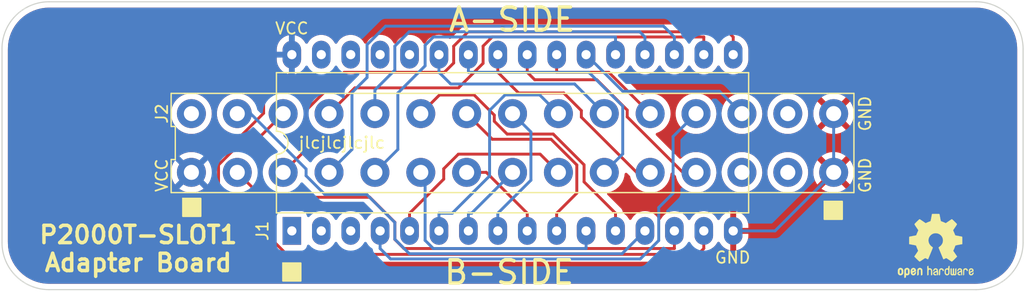
<source format=kicad_pcb>
(kicad_pcb (version 20211014) (generator pcbnew)
  (layers (0 "F.Cu" signal) (31 "B.Cu" signal) (34 "B.Paste" user) (35 "F.Paste" user) (36 "B.SilkS" user "B.Silkscreen") (37 "F.SilkS" user "F.Silkscreen") (38 "B.Mask" user) (39 "F.Mask" user) (44 "Edge.Cuts" user))
  (net 0 "")
  (net 4 "A12")
  (net 5 "A7")
  (net 6 "A6")
  (net 7 "A5")
  (net 8 "A4")
  (net 9 "A3")
  (net 10 "A2")
  (net 11 "A1")
  (net 12 "A0")
  (net 13 "D0")
  (net 14 "D1")
  (net 15 "D2")
  (net 16 "GND")
  (net 17 "D3")
  (net 18 "D4")
  (net 19 "D5")
  (net 20 "D6")
  (net 21 "D7")
  (net 22 "CARSEL1")
  (net 23 "A10")
  (net 24 "CARSEL2")
  (net 25 "A11")
  (net 26 "A9")
  (net 27 "A8")
  (net 32 "+5V")
  (footprint "Symbol:OSHW-Logo2_7.3x6mm_SilkScreen" (layer "F.Cu") (at 96.012 38.862)
    (fp_text reference "REF**" hide)
    (fp_text value "OSHW-Logo2_7.3x6mm_SilkScreen" hide)
    (fp_poly (pts (xy 0.10391 -2.757652) (xy 0.182454 -2.757222) (xy 0.239298 -2.756058) (xy 0.278105 -2.753793) (xy 0.302538 -2.75006) (xy 0.316262 -2.744494) (xy 0.32294 -2.736727) (xy 0.326236 -2.726395) (xy 0.326556 -2.725057) (xy 0.331562 -2.700921) (xy 0.340829 -2.653299) (xy 0.353392 -2.587259) (xy 0.368287 -2.507872) (xy 0.384551 -2.420204) (xy 0.385119 -2.417125) (xy 0.40141 -2.331211) (xy 0.416652 -2.255304) (xy 0.429861 -2.193955) (xy 0.440054 -2.151718) (xy 0.446248 -2.133145) (xy 0.446543 -2.132816) (xy 0.464788 -2.123747) (xy 0.502405 -2.108633) (xy 0.551271 -2.090738) (xy 0.551543 -2.090642) (xy 0.613093 -2.067507) (xy 0.685657 -2.038035) (xy 0.754057 -2.008403) (xy 0.757294 -2.006938) (xy 0.868702 -1.956374) (xy 1.115399 -2.12484) (xy 1.191077 -2.176197) (xy 1.259631 -2.222111) (xy 1.317088 -2.25997) (xy 1.359476 -2.287163) (xy 1.382825 -2.301079) (xy 1.385042 -2.302111) (xy 1.40201 -2.297516) (xy 1.433701 -2.275345) (xy 1.481352 -2.234553) (xy 1.546198 -2.174095) (xy 1.612397 -2.109773) (xy 1.676214 -2.046388) (xy 1.733329 -1.988549) (xy 1.780305 -1.939825) (xy 1.813703 -1.90379) (xy 1.830085 -1.884016) (xy 1.830694 -1.882998) (xy 1.832505 -1.869428) (xy 1.825683 -1.847267) (xy 1.80854 -1.813522) (xy 1.779393 -1.7652) (xy 1.736555 -1.699308) (xy 1.679448 -1.614483) (xy 1.628766 -1.539823) (xy 1.583461 -1.47286) (xy 1.54615 -1.417484) (xy 1.519452 -1.37758) (xy 1.505985 -1.357038) (xy 1.505137 -1.355644) (xy 1.506781 -1.335962) (xy 1.519245 -1.297707) (xy 1.540048 -1.248111) (xy 1.547462 -1.232272) (xy 1.579814 -1.16171) (xy 1.614328 -1.081647) (xy 1.642365 -1.012371) (xy 1.662568 -0.960955) (xy 1.678615 -0.921881) (xy 1.687888 -0.901459) (xy 1.689041 -0.899886) (xy 1.706096 -0.897279) (xy 1.746298 -0.890137) (xy 1.804302 -0.879477) (xy 1.874763 -0.866315) (xy 1.952335 -0.851667) (xy 2.031672 -0.836551) (xy 2.107431 -0.821982) (xy 2.174264 -0.808978) (xy 2.226828 -0.798555) (xy 2.259776 -0.79173) (xy 2.267857 -0.789801) (xy 2.276205 -0.785038) (xy 2.282506 -0.774282) (xy 2.287045 -0.753902) (xy 2.290104 -0.720266) (xy 2.291967 -0.669745) (xy 2.292918 -0.598708) (xy 2.29324 -0.503524) (xy 2.293257 -0.464508) (xy 2.293257 -0.147201) (xy 2.217057 -0.132161) (xy 2.174663 -0.124005) (xy 2.1114 -0.112101) (xy 2.034962 -0.097884) (xy 1.953043 -0.08279) (xy 1.9304 -0.078645) (xy 1.854806 -0.063947) (xy 1.788953 -0.049495) (xy 1.738366 -0.036625) (xy 1.708574 -0.026678) (xy 1.703612 -0.023713) (xy 1.691426 -0.002717) (xy 1.673953 0.037967) (xy 1.654577 0.090322) (xy 1.650734 0.1016) (xy 1.625339 0.171523) (xy 1.593817 0.250418) (xy 1.562969 0.321266) (xy 1.562817 0.321595) (xy 1.511447 0.432733) (xy 1.680399 0.681253) (xy 1.849352 0.929772) (xy 1.632429 1.147058) (xy 1.566819 1.211726) (xy 1.506979 1.268733) (xy 1.456267 1.315033) (xy 1.418046 1.347584) (xy 1.395675 1.363343) (xy 1.392466 1.364343) (xy 1.373626 1.356469) (xy 1.33518 1.334578) (xy 1.28133 1.301267) (xy 1.216276 1.259131) (xy 1.14594 1.211943) (xy 1.074555 1.16381) (xy 1.010908 1.121928) (xy 0.959041 1.088871) (xy 0.922995 1.067218) (xy 0.906867 1.059543) (xy 0.887189 1.066037) (xy 0.849875 1.08315) (xy 0.802621 1.107326) (xy 0.797612 1.110013) (xy 0.733977 1.141927) (xy 0.690341 1.157579) (xy 0.663202 1.157745) (xy 0.649057 1.143204) (xy 0.648975 1.143) (xy 0.641905 1.125779) (xy 0.625042 1.084899) (xy 0.599695 1.023525) (xy 0.567171 0.944819) (xy 0.528778 0.851947) (xy 0.485822 0.748072) (xy 0.444222 0.647502) (xy 0.398504 0.536516) (xy 0.356526 0.433703) (xy 0.319548 0.342215) (xy 0.288827 0.265201) (xy 0.265622 0.205815) (xy 0.25119 0.167209) (xy 0.246743 0.1528) (xy 0.257896 0.136272) (xy 0.287069 0.10993) (xy 0.325971 0.080887) (xy 0.436757 -0.010961) (xy 0.523351 -0.116241) (xy 0.584716 -0.232734) (xy 0.619815 -0.358224) (xy 0.627608 -0.490493) (xy 0.621943 -0.551543) (xy 0.591078 -0.678205) (xy 0.53792 -0.790059) (xy 0.465767 -0.885999) (xy 0.377917 -0.964924) (xy 0.277665 -1.02573) (xy 0.16831 -1.067313) (xy 0.053147 -1.088572) (xy -0.064525 -1.088401) (xy -0.18141 -1.065699) (xy -0.294211 -1.019362) (xy -0.399631 -0.948287) (xy -0.443632 -0.908089) (xy -0.528021 -0.804871) (xy -0.586778 -0.692075) (xy -0.620296 -0.57299) (xy -0.628965 -0.450905) (xy -0.613177 -0.329107) (xy -0.573322 -0.210884) (xy -0.509793 -0.099525) (xy -0.422979 0.001684) (xy -0.325971 0.080887) (xy -0.285563 0.111162) (xy -0.257018 0.137219) (xy -0.246743 0.152825) (xy -0.252123 0.169843) (xy -0.267425 0.2105) (xy -0.291388 0.271642) (xy -0.322756 0.350119) (xy -0.360268 0.44278) (xy -0.402667 0.546472) (xy -0.444337 0.647526) (xy -0.49031 0.758607) (xy -0.532893 0.861541) (xy -0.570779 0.953165) (xy -0.60266 1.030316) (xy -0.627229 1.089831) (xy -0.64318 1.128544) (xy -0.64909 1.143) (xy -0.663052 1.157685) (xy -0.69006 1.157642) (xy -0.733587 1.142099) (xy -0.79711 1.110284) (xy -0.797612 1.110013) (xy -0.84544 1.085323) (xy -0.884103 1.067338) (xy -0.905905 1.059614) (xy -0.906867 1.059543) (xy -0.923279 1.067378) (xy -0.959513 1.089165) (xy -1.011526 1.122328) (xy -1.075275 1.164291) (xy -1.14594 1.211943) (xy -1.217884 1.260191) (xy -1.282726 1.302151) (xy -1.336265 1.335227) (xy -1.374303 1.356821) (xy -1.392467 1.364343) (xy -1.409192 1.354457) (xy -1.44282 1.326826) (xy -1.48999 1.284495) (xy -1.547342 1.230505) (xy -1.611516 1.167899) (xy -1.632503 1.146983) (xy -1.849501 0.929623) (xy -1.684332 0.68722) (xy -1.634136 0.612781) (xy -1.590081 0.545972) (xy -1.554638 0.490665) (xy -1.530281 0.450729) (xy -1.519478 0.430036) (xy -1.519162 0.428563) (xy -1.524857 0.409058) (xy -1.540174 0.369822) (xy -1.562463 0.31743) (xy -1.578107 0.282355) (xy -1.607359 0.215201) (xy -1.634906 0.147358) (xy -1.656263 0.090034) (xy -1.662065 0.072572) (xy -1.678548 0.025938) (xy -1.69466 -0.010095) (xy -1.70351 -0.023713) (xy -1.72304 -0.032048) (xy -1.765666 -0.043863) (xy -1.825855 -0.057819) (xy -1.898078 -0.072578) (xy -1.9304 -0.078645) (xy -2.012478 -0.093727) (xy -2.091205 -0.108331) (xy -2.158891 -0.12102) (xy -2.20784 -0.130358) (xy -2.217057 -0.132161) (xy -2.293257 -0.147201) (xy -2.293257 -0.464508) (xy -2.293086 -0.568846) (xy -2.292384 -0.647787) (xy -2.290866 -0.704962) (xy -2.288251 -0.744001) (xy -2.284254 -0.768535) (xy -2.278591 -0.782195) (xy -2.27098 -0.788611) (xy -2.267857 -0.789801) (xy -2.249022 -0.79402) (xy -2.207412 -0.802438) (xy -2.14837 -0.814039) (xy -2.077243 -0.827805) (xy -1.999375 -0.84272) (xy -1.920113 -0.857768) (xy -1.844802 -0.871931) (xy -1.778787 -0.884194) (xy -1.727413 -0.893539) (xy -1.696025 -0.89895) (xy -1.689041 -0.899886) (xy -1.682715 -0.912404) (xy -1.66871 -0.945754) (xy -1.649645 -0.993623) (xy -1.642366 -1.012371) (xy -1.613004 -1.084805) (xy -1.578429 -1.16483) (xy -1.547463 -1.232272) (xy -1.524677 -1.283841) (xy -1.509518 -1.326215) (xy -1.504458 -1.352166) (xy -1.505264 -1.355644) (xy -1.515959 -1.372064) (xy -1.54038 -1.408583) (xy -1.575905 -1.461313) (xy -1.619913 -1.526365) (xy -1.669783 -1.599849) (xy -1.679644 -1.614355) (xy -1.737508 -1.700296) (xy -1.780044 -1.765739) (xy -1.808946 -1.813696) (xy -1.82591 -1.84718) (xy -1.832633 -1.869205) (xy -1.83081 -1.882783) (xy -1.830764 -1.882869) (xy -1.816414 -1.900703) (xy -1.784677 -1.935183) (xy -1.73899 -1.982732) (xy -1.682796 -2.039778) (xy -1.619532 -2.102745) (xy -1.612398 -2.109773) (xy -1.53267 -2.18698) (xy -1.471143 -2.24367) (xy -1.426579 -2.28089) (xy -1.397743 -2.299685) (xy -1.385042 -2.302111) (xy -1.366506 -2.291529) (xy -1.328039 -2.267084) (xy -1.273614 -2.231388) (xy -1.207202 -2.187053) (xy -1.132775 -2.136689) (xy -1.115399 -2.12484) (xy -0.868703 -1.956374) (xy -0.757294 -2.006938) (xy -0.689543 -2.036405) (xy -0.616817 -2.066041) (xy -0.554297 -2.08967) (xy -0.551543 -2.090642) (xy -0.50264 -2.108543) (xy -0.464943 -2.12368) (xy -0.446575 -2.13279) (xy -0.446544 -2.132816) (xy -0.440715 -2.149283) (xy -0.430808 -2.189781) (xy -0.417805 -2.249758) (xy -0.402691 -2.32466) (xy -0.386448 -2.409936) (xy -0.385119 -2.417125) (xy -0.368825 -2.504986) (xy -0.353867 -2.58474) (xy -0.341209 -2.651319) (xy -0.331814 -2.699653) (xy -0.326646 -2.724675) (xy -0.326556 -2.725057) (xy -0.323411 -2.735701) (xy -0.317296 -2.743738) (xy -0.304547 -2.749533) (xy -0.2815 -2.753453) (xy -0.244491 -2.755865) (xy -0.189856 -2.757135) (xy -0.113933 -2.757629) (xy -0.013056 -2.757714) (xy 0 -2.757714) (xy 0.10391 -2.757652)) (layer "F.SilkS") (width 0.01) (fill solid))
    (fp_poly (pts (xy 1.190117 2.065358) (xy 1.189933 2.173837) (xy 1.189219 2.257287) (xy 1.187675 2.319704) (xy 1.185001 2.365085) (xy 1.180894 2.397429) (xy 1.175055 2.420733) (xy 1.167182 2.438995) (xy 1.161221 2.449418) (xy 1.111855 2.505945) (xy 1.049264 2.541377) (xy 0.980013 2.55409) (xy 0.910668 2.542463) (xy 0.869375 2.521568) (xy 0.826025 2.485422) (xy 0.796481 2.441276) (xy 0.778655 2.383462) (xy 0.770463 2.306313) (xy 0.769302 2.249714) (xy 0.769458 2.245647) (xy 0.870857 2.245647) (xy 0.871476 2.31055) (xy 0.874314 2.353514) (xy 0.88084 2.381622) (xy 0.892523 2.401953) (xy 0.906483 2.417288) (xy 0.953365 2.44689) (xy 1.003701 2.449419) (xy 1.051276 2.424705) (xy 1.054979 2.421356) (xy 1.070783 2.403935) (xy 1.080693 2.383209) (xy 1.086058 2.352362) (xy 1.088228 2.304577) (xy 1.088571 2.251748) (xy 1.087827 2.185381) (xy 1.084748 2.141106) (xy 1.078061 2.112009) (xy 1.066496 2.091173) (xy 1.057013 2.080107) (xy 1.01296 2.052198) (xy 0.962224 2.048843) (xy 0.913796 2.070159) (xy 0.90445 2.078073) (xy 0.88854 2.095647) (xy 0.87861 2.116587) (xy 0.873278 2.147782) (xy 0.871163 2.196122) (xy 0.870857 2.245647) (xy 0.769458 2.245647) (xy 0.77281 2.158568) (xy 0.784726 2.090086) (xy 0.807135 2.0386) (xy 0.842124 1.998443) (xy 0.869375 1.977861) (xy 0.918907 1.955625) (xy 0.976316 1.945304) (xy 1.029682 1.948067) (xy 1.059543 1.959212) (xy 1.071261 1.962383) (xy 1.079037 1.950557) (xy 1.084465 1.918866) (xy 1.088571 1.870593) (xy 1.093067 1.816829) (xy 1.099313 1.784482) (xy 1.110676 1.765985) (xy 1.130528 1.75377) (xy 1.143 1.748362) (xy 1.190171 1.728601) (xy 1.190117 2.065358)) (layer "F.SilkS") (width 0.01) (fill solid))
    (fp_poly (pts (xy -2.958885 1.921962) (xy -2.890855 1.957733) (xy -2.840649 2.015301) (xy -2.822815 2.052312) (xy -2.808937 2.107882) (xy -2.801833 2.178096) (xy -2.80116 2.254727) (xy -2.806573 2.329552) (xy -2.81773 2.394342) (xy -2.834286 2.440873) (xy -2.839374 2.448887) (xy -2.899645 2.508707) (xy -2.971231 2.544535) (xy -3.048908 2.55502) (xy -3.127452 2.53881) (xy -3.149311 2.529092) (xy -3.191878 2.499143) (xy -3.229237 2.459433) (xy -3.232768 2.454397) (xy -3.247119 2.430124) (xy -3.256606 2.404178) (xy -3.26221 2.370022) (xy -3.264914 2.321119) (xy -3.265701 2.250935) (xy -3.265714 2.2352) (xy -3.265678 2.230192) (xy -3.120571 2.230192) (xy -3.119727 2.29643) (xy -3.116404 2.340386) (xy -3.109417 2.368779) (xy -3.097584 2.388325) (xy -3.091543 2.394857) (xy -3.056814 2.41968) (xy -3.023097 2.418548) (xy -2.989005 2.397016) (xy -2.968671 2.374029) (xy -2.956629 2.340478) (xy -2.949866 2.287569) (xy -2.949402 2.281399) (xy -2.948248 2.185513) (xy -2.960312 2.114299) (xy -2.98543 2.068194) (xy -3.02344 2.047635) (xy -3.037008 2.046514) (xy -3.072636 2.052152) (xy -3.097006 2.071686) (xy -3.111907 2.109042) (xy -3.119125 2.16815) (xy -3.120571 2.230192) (xy -3.265678 2.230192) (xy -3.265174 2.160413) (xy -3.262904 2.108159) (xy -3.257932 2.071949) (xy -3.249287 2.045299) (xy -3.235995 2.021722) (xy -3.233057 2.017338) (xy -3.183687 1.958249) (xy -3.129891 1.923947) (xy -3.064398 1.910331) (xy -3.042158 1.909665) (xy -2.958885 1.921962)) (layer "F.SilkS") (width 0.01) (fill solid))
    (fp_poly (pts (xy -2.400256 1.919918) (xy -2.344799 1.947568) (xy -2.295852 1.99848) (xy -2.282371 2.017338) (xy -2.267686 2.042015) (xy -2.258158 2.068816) (xy -2.252707 2.104587) (xy -2.250253 2.156169) (xy -2.249714 2.224267) (xy -2.252148 2.317588) (xy -2.260606 2.387657) (xy -2.276826 2.439931) (xy -2.302546 2.479869) (xy -2.339503 2.512929) (xy -2.342218 2.514886) (xy -2.37864 2.534908) (xy -2.422498 2.544815) (xy -2.478276 2.547257) (xy -2.568952 2.547257) (xy -2.56899 2.635283) (xy -2.569834 2.684308) (xy -2.574976 2.713065) (xy -2.588413 2.730311) (xy -2.614142 2.744808) (xy -2.620321 2.747769) (xy -2.649236 2.761648) (xy -2.671624 2.770414) (xy -2.688271 2.771171) (xy -2.699964 2.761023) (xy -2.70749 2.737073) (xy -2.711634 2.696426) (xy -2.713185 2.636186) (xy -2.712929 2.553455) (xy -2.711651 2.445339) (xy -2.711252 2.413) (xy -2.709815 2.301524) (xy -2.708528 2.228603) (xy -2.569029 2.228603) (xy -2.568245 2.290499) (xy -2.56476 2.330997) (xy -2.556876 2.357708) (xy -2.542895 2.378244) (xy -2.533403 2.38826) (xy -2.494596 2.417567) (xy -2.460237 2.419952) (xy -2.424784 2.39575) (xy -2.423886 2.394857) (xy -2.409461 2.376153) (xy -2.400687 2.350732) (xy -2.396261 2.311584) (xy -2.394882 2.251697) (xy -2.394857 2.23843) (xy -2.398188 2.155901) (xy -2.409031 2.098691) (xy -2.42866 2.063766) (xy -2.45835 2.048094) (xy -2.475509 2.046514) (xy -2.516234 2.053926) (xy -2.544168 2.07833) (xy -2.560983 2.12298) (xy -2.56835 2.19113) (xy -2.569029 2.228603) (xy -2.708528 2.228603) (xy -2.708292 2.215245) (xy -2.706323 2.150333) (xy -2.70355 2.102958) (xy -2.699612 2.06929) (xy -2.694151 2.045498) (xy -2.686808 2.027753) (xy -2.677223 2.012224) (xy -2.673113 2.006381) (xy -2.618595 1.951185) (xy -2.549664 1.91989) (xy -2.469928 1.911165) (xy -2.400256 1.919918)) (layer "F.SilkS") (width 0.01) (fill solid))
    (fp_poly (pts (xy 2.144876 1.956335) (xy 2.186667 1.975344) (xy 2.219469 1.998378) (xy 2.243503 2.024133) (xy 2.260097 2.057358) (xy 2.270577 2.1028) (xy 2.276271 2.165207) (xy 2.278507 2.249327) (xy 2.278743 2.304721) (xy 2.278743 2.520826) (xy 2.241774 2.53767) (xy 2.212656 2.549981) (xy 2.198231 2.554514) (xy 2.195472 2.541025) (xy 2.193282 2.504653) (xy 2.191942 2.451542) (xy 2.191657 2.409372) (xy 2.190434 2.348447) (xy 2.187136 2.300115) (xy 2.182321 2.270518) (xy 2.178496 2.264229) (xy 2.152783 2.270652) (xy 2.112418 2.287125) (xy 2.065679 2.309458) (xy 2.020845 2.333457) (xy 1.986193 2.35493) (xy 1.970002 2.369685) (xy 1.969938 2.369845) (xy 1.97133 2.397152) (xy 1.983818 2.423219) (xy 2.005743 2.444392) (xy 2.037743 2.451474) (xy 2.065092 2.450649) (xy 2.103826 2.450042) (xy 2.124158 2.459116) (xy 2.136369 2.483092) (xy 2.137909 2.487613) (xy 2.143203 2.521806) (xy 2.129047 2.542568) (xy 2.092148 2.552462) (xy 2.052289 2.554292) (xy 1.980562 2.540727) (xy 1.943432 2.521355) (xy 1.897576 2.475845) (xy 1.873256 2.419983) (xy 1.871073 2.360957) (xy 1.891629 2.305953) (xy 1.922549 2.271486) (xy 1.95342 2.252189) (xy 2.001942 2.227759) (xy 2.058485 2.202985) (xy 2.06791 2.199199) (xy 2.130019 2.171791) (xy 2.165822 2.147634) (xy 2.177337 2.123619) (xy 2.16658 2.096635) (xy 2.148114 2.075543) (xy 2.104469 2.049572) (xy 2.056446 2.047624) (xy 2.012406 2.067637) (xy 1.980709 2.107551) (xy 1.976549 2.117848) (xy 1.952327 2.155724) (xy 1.916965 2.183842) (xy 1.872343 2.206917) (xy 1.872343 2.141485) (xy 1.874969 2.101506) (xy 1.88623 2.069997) (xy 1.911199 2.036378) (xy 1.935169 2.010484) (xy 1.972441 1.973817) (xy 2.001401 1.954121) (xy 2.032505 1.94622) (xy 2.067713 1.944914) (xy 2.144876 1.956335)) (layer "F.SilkS") (width 0.01) (fill solid))
    (fp_poly (pts (xy -0.624114 1.851289) (xy -0.619861 1.910613) (xy -0.614975 1.945572) (xy -0.608205 1.96082) (xy -0.598298 1.961015) (xy -0.595086 1.959195) (xy -0.552356 1.946015) (xy -0.496773 1.946785) (xy -0.440263 1.960333) (xy -0.404918 1.977861) (xy -0.368679 2.005861) (xy -0.342187 2.037549) (xy -0.324001 2.077813) (xy -0.312678 2.131543) (xy -0.306778 2.203626) (xy -0.304857 2.298951) (xy -0.304823 2.317237) (xy -0.3048 2.522646) (xy -0.350509 2.53858) (xy -0.382973 2.54942) (xy -0.400785 2.554468) (xy -0.401309 2.554514) (xy -0.403063 2.540828) (xy -0.404556 2.503076) (xy -0.405674 2.446224) (xy -0.406303 2.375234) (xy -0.4064 2.332073) (xy -0.406602 2.246973) (xy -0.407642 2.185981) (xy -0.410169 2.144177) (xy -0.414836 2.116642) (xy -0.422293 2.098456) (xy -0.433189 2.084698) (xy -0.439993 2.078073) (xy -0.486728 2.051375) (xy -0.537728 2.049375) (xy -0.583999 2.071955) (xy -0.592556 2.080107) (xy -0.605107 2.095436) (xy -0.613812 2.113618) (xy -0.619369 2.139909) (xy -0.622474 2.179562) (xy -0.623824 2.237832) (xy -0.624114 2.318173) (xy -0.624114 2.522646) (xy -0.669823 2.53858) (xy -0.702287 2.54942) (xy -0.720099 2.554468) (xy -0.720623 2.554514) (xy -0.721963 2.540623) (xy -0.723172 2.501439) (xy -0.724199 2.4407) (xy -0.724998 2.362141) (xy -0.725519 2.269498) (xy -0.725714 2.166509) (xy -0.725714 1.769342) (xy -0.678543 1.749444) (xy -0.631371 1.729547) (xy -0.624114 1.851289)) (layer "F.SilkS") (width 0.01) (fill solid))
    (fp_poly (pts (xy 2.6526 1.958752) (xy 2.669948 1.966334) (xy 2.711356 1.999128) (xy 2.746765 2.046547) (xy 2.768664 2.097151) (xy 2.772229 2.122098) (xy 2.760279 2.156927) (xy 2.734067 2.175357) (xy 2.705964 2.186516) (xy 2.693095 2.188572) (xy 2.686829 2.173649) (xy 2.674456 2.141175) (xy 2.669028 2.126502) (xy 2.63859 2.075744) (xy 2.59452 2.050427) (xy 2.53801 2.051206) (xy 2.533825 2.052203) (xy 2.503655 2.066507) (xy 2.481476 2.094393) (xy 2.466327 2.139287) (xy 2.45725 2.204615) (xy 2.453286 2.293804) (xy 2.452914 2.341261) (xy 2.45273 2.416071) (xy 2.451522 2.467069) (xy 2.448309 2.499471) (xy 2.442109 2.518495) (xy 2.43194 2.529356) (xy 2.416819 2.537272) (xy 2.415946 2.53767) (xy 2.386828 2.549981) (xy 2.372403 2.554514) (xy 2.370186 2.540809) (xy 2.368289 2.502925) (xy 2.366847 2.445715) (xy 2.365998 2.374027) (xy 2.365829 2.321565) (xy 2.366692 2.220047) (xy 2.37007 2.143032) (xy 2.377142 2.086023) (xy 2.389088 2.044526) (xy 2.40709 2.014043) (xy 2.432327 1.99008) (xy 2.457247 1.973355) (xy 2.517171 1.951097) (xy 2.586911 1.946076) (xy 2.6526 1.958752)) (layer "F.SilkS") (width 0.01) (fill solid))
    (fp_poly (pts (xy 0.039744 1.950968) (xy 0.096616 1.972087) (xy 0.097267 1.972493) (xy 0.13244 1.99838) (xy 0.158407 2.028633) (xy 0.17667 2.068058) (xy 0.188732 2.121462) (xy 0.196096 2.193651) (xy 0.200264 2.289432) (xy 0.200629 2.303078) (xy 0.205876 2.508842) (xy 0.161716 2.531678) (xy 0.129763 2.54711) (xy 0.11047 2.554423) (xy 0.109578 2.554514) (xy 0.106239 2.541022) (xy 0.103587 2.504626) (xy 0.101956 2.451452) (xy 0.1016 2.408393) (xy 0.101592 2.338641) (xy 0.098403 2.294837) (xy 0.087288 2.273944) (xy 0.063501 2.272925) (xy 0.022296 2.288741) (xy -0.039914 2.317815) (xy -0.085659 2.341963) (xy -0.109187 2.362913) (xy -0.116104 2.385747) (xy -0.116114 2.386877) (xy -0.104701 2.426212) (xy -0.070908 2.447462) (xy -0.019191 2.450539) (xy 0.018061 2.450006) (xy 0.037703 2.460735) (xy 0.049952 2.486505) (xy 0.057002 2.519337) (xy 0.046842 2.537966) (xy 0.043017 2.540632) (xy 0.007001 2.55134) (xy -0.043434 2.552856) (xy -0.095374 2.545759) (xy -0.132178 2.532788) (xy -0.183062 2.489585) (xy -0.211986 2.429446) (xy -0.217714 2.382462) (xy -0.213343 2.340082) (xy -0.197525 2.305488) (xy -0.166203 2.274763) (xy -0.115322 2.24399) (xy -0.040824 2.209252) (xy -0.036286 2.207288) (xy 0.030821 2.176287) (xy 0.072232 2.150862) (xy 0.089981 2.128014) (xy 0.086107 2.104745) (xy 0.062643 2.078056) (xy 0.055627 2.071914) (xy 0.00863 2.0481) (xy -0.040067 2.049103) (xy -0.082478 2.072451) (xy -0.110616 2.115675) (xy -0.113231 2.12416) (xy -0.138692 2.165308) (xy -0.170999 2.185128) (xy -0.217714 2.20477) (xy -0.217714 2.15395) (xy -0.203504 2.080082) (xy -0.161325 2.012327) (xy -0.139376 1.989661) (xy -0.089483 1.960569) (xy -0.026033 1.9474) (xy 0.039744 1.950968)) (layer "F.SilkS") (width 0.01) (fill solid))
    (fp_poly (pts (xy 3.153595 1.966966) (xy 3.211021 2.004497) (xy 3.238719 2.038096) (xy 3.260662 2.099064) (xy 3.262405 2.147308) (xy 3.258457 2.211816) (xy 3.109686 2.276934) (xy 3.037349 2.310202) (xy 2.990084 2.336964) (xy 2.965507 2.360144) (xy 2.961237 2.382667) (xy 2.974889 2.407455) (xy 2.989943 2.423886) (xy 3.033746 2.450235) (xy 3.081389 2.452081) (xy 3.125145 2.431546) (xy 3.157289 2.390752) (xy 3.163038 2.376347) (xy 3.190576 2.331356) (xy 3.222258 2.312182) (xy 3.265714 2.295779) (xy 3.265714 2.357966) (xy 3.261872 2.400283) (xy 3.246823 2.435969) (xy 3.21528 2.476943) (xy 3.210592 2.482267) (xy 3.175506 2.51872) (xy 3.145347 2.538283) (xy 3.107615 2.547283) (xy 3.076335 2.55023) (xy 3.020385 2.550965) (xy 2.980555 2.54166) (xy 2.955708 2.527846) (xy 2.916656 2.497467) (xy 2.889625 2.464613) (xy 2.872517 2.423294) (xy 2.863238 2.367521) (xy 2.859693 2.291305) (xy 2.85941 2.252622) (xy 2.860372 2.206247) (xy 2.948007 2.206247) (xy 2.949023 2.231126) (xy 2.951556 2.2352) (xy 2.968274 2.229665) (xy 3.004249 2.215017) (xy 3.052331 2.19419) (xy 3.062386 2.189714) (xy 3.123152 2.158814) (xy 3.156632 2.131657) (xy 3.16399 2.10622) (xy 3.146391 2.080481) (xy 3.131856 2.069109) (xy 3.07941 2.046364) (xy 3.030322 2.050122) (xy 2.989227 2.077884) (xy 2.960758 2.127152) (xy 2.951631 2.166257) (xy 2.948007 2.206247) (xy 2.860372 2.206247) (xy 2.861285 2.162249) (xy 2.868196 2.095384) (xy 2.881884 2.046695) (xy 2.904096 2.010849) (xy 2.936574 1.982513) (xy 2.950733 1.973355) (xy 3.015053 1.949507) (xy 3.085473 1.948006) (xy 3.153595 1.966966)) (layer "F.SilkS") (width 0.01) (fill solid))
    (fp_poly (pts (xy 1.779833 1.958663) (xy 1.782048 1.99685) (xy 1.783784 2.054886) (xy 1.784899 2.12818) (xy 1.785257 2.205055) (xy 1.785257 2.465196) (xy 1.739326 2.511127) (xy 1.707675 2.539429) (xy 1.67989 2.550893) (xy 1.641915 2.550168) (xy 1.62684 2.548321) (xy 1.579726 2.542948) (xy 1.540756 2.539869) (xy 1.531257 2.539585) (xy 1.499233 2.541445) (xy 1.453432 2.546114) (xy 1.435674 2.548321) (xy 1.392057 2.551735) (xy 1.362745 2.54432) (xy 1.33368 2.521427) (xy 1.323188 2.511127) (xy 1.277257 2.465196) (xy 1.277257 1.978602) (xy 1.314226 1.961758) (xy 1.346059 1.949282) (xy 1.364683 1.944914) (xy 1.369458 1.958718) (xy 1.373921 1.997286) (xy 1.377775 2.056356) (xy 1.380722 2.131663) (xy 1.382143 2.195286) (xy 1.386114 2.445657) (xy 1.420759 2.450556) (xy 1.452268 2.447131) (xy 1.467708 2.436041) (xy 1.472023 2.415308) (xy 1.475708 2.371145) (xy 1.478469 2.309146) (xy 1.480012 2.234909) (xy 1.480235 2.196706) (xy 1.480457 1.976783) (xy 1.526166 1.960849) (xy 1.558518 1.950015) (xy 1.576115 1.944962) (xy 1.576623 1.944914) (xy 1.578388 1.958648) (xy 1.580329 1.99673) (xy 1.582282 2.054482) (xy 1.584084 2.127227) (xy 1.585343 2.195286) (xy 1.589314 2.445657) (xy 1.6764 2.445657) (xy 1.680396 2.21724) (xy 1.684392 1.988822) (xy 1.726847 1.966868) (xy 1.758192 1.951793) (xy 1.776744 1.944951) (xy 1.777279 1.944914) (xy 1.779833 1.958663)) (layer "F.SilkS") (width 0.01) (fill solid))
    (fp_poly (pts (xy -1.831697 1.931239) (xy -1.774473 1.969735) (xy -1.730251 2.025335) (xy -1.703833 2.096086) (xy -1.69849 2.148162) (xy -1.699097 2.169893) (xy -1.704178 2.186531) (xy -1.718145 2.201437) (xy -1.745411 2.217973) (xy -1.790388 2.239498) (xy -1.857489 2.269374) (xy -1.857829 2.269524) (xy -1.919593 2.297813) (xy -1.970241 2.322933) (xy -2.004596 2.342179) (xy -2.017482 2.352848) (xy -2.017486 2.352934) (xy -2.006128 2.376166) (xy -1.979569 2.401774) (xy -1.949077 2.420221) (xy -1.93363 2.423886) (xy -1.891485 2.411212) (xy -1.855192 2.379471) (xy -1.837483 2.344572) (xy -1.820448 2.318845) (xy -1.787078 2.289546) (xy -1.747851 2.264235) (xy -1.713244 2.250471) (xy -1.706007 2.249714) (xy -1.697861 2.26216) (xy -1.69737 2.293972) (xy -1.703357 2.336866) (xy -1.714643 2.382558) (xy -1.73005 2.422761) (xy -1.730829 2.424322) (xy -1.777196 2.489062) (xy -1.837289 2.533097) (xy -1.905535 2.554711) (xy -1.976362 2.552185) (xy -2.044196 2.523804) (xy -2.047212 2.521808) (xy -2.100573 2.473448) (xy -2.13566 2.410352) (xy -2.155078 2.327387) (xy -2.157684 2.304078) (xy -2.162299 2.194055) (xy -2.156767 2.142748) (xy -2.017486 2.142748) (xy -2.015676 2.174753) (xy -2.005778 2.184093) (xy -1.981102 2.177105) (xy -1.942205 2.160587) (xy -1.898725 2.139881) (xy -1.897644 2.139333) (xy -1.860791 2.119949) (xy -1.846 2.107013) (xy -1.849647 2.093451) (xy -1.865005 2.075632) (xy -1.904077 2.049845) (xy -1.946154 2.04795) (xy -1.983897 2.066717) (xy -2.009966 2.102915) (xy -2.017486 2.142748) (xy -2.156767 2.142748) (xy -2.152806 2.106027) (xy -2.12845 2.036212) (xy -2.094544 1.987302) (xy -2.033347 1.937878) (xy -1.965937 1.913359) (xy -1.89712 1.911797) (xy -1.831697 1.931239)) (layer "F.SilkS") (width 0.01) (fill solid))
    (fp_poly (pts (xy -1.283907 1.92778) (xy -1.237328 1.954723) (xy -1.204943 1.981466) (xy -1.181258 2.009484) (xy -1.164941 2.043748) (xy -1.154661 2.089227) (xy -1.149086 2.150892) (xy -1.146884 2.233711) (xy -1.146629 2.293246) (xy -1.146629 2.512391) (xy -1.208314 2.540044) (xy -1.27 2.567697) (xy -1.277257 2.32767) (xy -1.280256 2.238028) (xy -1.283402 2.172962) (xy -1.287299 2.128026) (xy -1.292553 2.09877) (xy -1.299769 2.080748) (xy -1.30955 2.069511) (xy -1.312688 2.067079) (xy -1.360239 2.048083) (xy -1.408303 2.0556) (xy -1.436914 2.075543) (xy -1.448553 2.089675) (xy -1.456609 2.10822) (xy -1.461729 2.136334) (xy -1.464559 2.179173) (xy -1.465744 2.241895) (xy -1.465943 2.307261) (xy -1.465982 2.389268) (xy -1.467386 2.447316) (xy -1.472086 2.486465) (xy -1.482013 2.51178) (xy -1.499097 2.528323) (xy -1.525268 2.541156) (xy -1.560225 2.554491) (xy -1.598404 2.569007) (xy -1.593859 2.311389) (xy -1.592029 2.218519) (xy -1.589888 2.149889) (xy -1.586819 2.100711) (xy -1.582206 2.066198) (xy -1.575432 2.041562) (xy -1.565881 2.022016) (xy -1.554366 2.00477) (xy -1.49881 1.94968) (xy -1.43102 1.917822) (xy -1.357287 1.910191) (xy -1.283907 1.92778)) (layer "F.SilkS") (width 0.01) (fill solid))
    (fp_poly (pts (xy 0.529926 1.949755) (xy 0.595858 1.974084) (xy 0.649273 2.017117) (xy 0.670164 2.047409) (xy 0.692939 2.102994) (xy 0.692466 2.143186) (xy 0.668562 2.170217) (xy 0.659717 2.174813) (xy 0.62153 2.189144) (xy 0.602028 2.185472) (xy 0.595422 2.161407) (xy 0.595086 2.148114) (xy 0.582992 2.09921) (xy 0.551471 2.064999) (xy 0.507659 2.048476) (xy 0.458695 2.052634) (xy 0.418894 2.074227) (xy 0.40545 2.086544) (xy 0.395921 2.101487) (xy 0.389485 2.124075) (xy 0.385317 2.159328) (xy 0.382597 2.212266) (xy 0.380502 2.287907) (xy 0.37996 2.311857) (xy 0.377981 2.39379) (xy 0.375731 2.451455) (xy 0.372357 2.489608) (xy 0.367006 2.513004) (xy 0.358824 2.526398) (xy 0.346959 2.534545) (xy 0.339362 2.538144) (xy 0.307102 2.550452) (xy 0.288111 2.554514) (xy 0.281836 2.540948) (xy 0.278006 2.499934) (xy 0.2766 2.430999) (xy 0.277598 2.333669) (xy 0.277908 2.318657) (xy 0.280101 2.229859) (xy 0.282693 2.165019) (xy 0.286382 2.119067) (xy 0.291864 2.086935) (xy 0.299835 2.063553) (xy 0.310993 2.043852) (xy 0.31683 2.03541) (xy 0.350296 1.998057) (xy 0.387727 1.969003) (xy 0.392309 1.966467) (xy 0.459426 1.946443) (xy 0.529926 1.949755)) (layer "F.SilkS") (width 0.01) (fill solid))
  )
  (footprint "edge-connector:EdgeConnector2x15_no_screws" (layer "F.Cu") (at 59.482 29.972)
    (fp_text reference "J2" (at -30.272 -2.54 90) (layer "F.SilkS"))
    (fp_text value "P2000T_cartridge_edge")
    (fp_line (start -29.47 -1.43) (end -29.11 -1.43) (layer "F.SilkS") (width 0.12))
    (fp_line (start -29.47 4.289999) (end 29.47 4.29) (layer "F.SilkS") (width 0.12))
    (fp_line (start 29.47 4.29) (end 29.47 -4.289999) (layer "F.SilkS") (width 0.12))
    (fp_line (start -29.11 1.429999) (end -29.47 1.429999) (layer "F.SilkS") (width 0.12))
    (fp_line (start -29.47 -4.29) (end -29.47 -1.43) (layer "F.SilkS") (width 0.12))
    (fp_line (start -29.47 1.429999) (end -29.47 4.289999) (layer "F.SilkS") (width 0.12))
    (fp_line (start -29.11 -1.43) (end -29.11 1.429999) (layer "F.SilkS") (width 0.12))
    (fp_line (start 29.47 -4.289999) (end -29.47 -4.29) (layer "F.SilkS") (width 0.12))
    (pad "1a" thru_hole circle locked (at -27.72 -2.54) (size 2.5 2.5) (drill 1.3) (layers *.Cu *.Mask))
    (pad "1b" thru_hole circle locked (at -27.72 2.54) (size 2.5 2.5) (drill 1.3) (layers *.Cu *.Mask) (net 32 "+5V"))
    (pad "2a" thru_hole circle locked (at -23.76 -2.54) (size 2.5 2.5) (drill 1.3) (layers *.Cu *.Mask) (net 13 "D0"))
    (pad "2b" thru_hole circle locked (at -23.76 2.54) (size 2.5 2.5) (drill 1.3) (layers *.Cu *.Mask) (net 14 "D1"))
    (pad "3a" thru_hole circle locked (at -19.8 -2.54) (size 2.5 2.5) (drill 1.3) (layers *.Cu *.Mask) (net 15 "D2"))
    (pad "3b" thru_hole circle locked (at -19.8 2.54) (size 2.5 2.5) (drill 1.3) (layers *.Cu *.Mask) (net 17 "D3"))
    (pad "4a" thru_hole circle locked (at -15.84 -2.54) (size 2.5 2.5) (drill 1.3) (layers *.Cu *.Mask) (net 18 "D4"))
    (pad "4b" thru_hole circle locked (at -15.84 2.54) (size 2.5 2.5) (drill 1.3) (layers *.Cu *.Mask) (net 19 "D5"))
    (pad "5a" thru_hole circle locked (at -11.88 -2.54) (size 2.5 2.5) (drill 1.3) (layers *.Cu *.Mask) (net 20 "D6"))
    (pad "5b" thru_hole circle locked (at -11.88 2.54) (size 2.5 2.5) (drill 1.3) (layers *.Cu *.Mask) (net 21 "D7"))
    (pad "6a" thru_hole circle locked (at -7.92 -2.54) (size 2.5 2.5) (drill 1.3) (layers *.Cu *.Mask) (net 12 "A0"))
    (pad "6b" thru_hole circle locked (at -7.92 2.54) (size 2.5 2.5) (drill 1.3) (layers *.Cu *.Mask) (net 11 "A1"))
    (pad "7a" thru_hole circle locked (at -3.96 -2.54) (size 2.5 2.5) (drill 1.3) (layers *.Cu *.Mask) (net 10 "A2"))
    (pad "7b" thru_hole circle locked (at -3.96 2.54) (size 2.5 2.5) (drill 1.3) (layers *.Cu *.Mask) (net 9 "A3"))
    (pad "8a" thru_hole circle locked (at 0 -2.54) (size 2.5 2.5) (drill 1.3) (layers *.Cu *.Mask) (net 8 "A4"))
    (pad "8b" thru_hole circle locked (at 0 2.54) (size 2.5 2.5) (drill 1.3) (layers *.Cu *.Mask) (net 7 "A5"))
    (pad "9a" thru_hole circle locked (at 3.96 -2.54) (size 2.5 2.5) (drill 1.3) (layers *.Cu *.Mask) (net 6 "A6"))
    (pad "9b" thru_hole circle locked (at 3.96 2.54) (size 2.5 2.5) (drill 1.3) (layers *.Cu *.Mask) (net 5 "A7"))
    (pad "10a" thru_hole circle locked (at 7.92 -2.54) (size 2.5 2.5) (drill 1.3) (layers *.Cu *.Mask) (net 27 "A8"))
    (pad "10b" thru_hole circle locked (at 7.92 2.54) (size 2.5 2.5) (drill 1.3) (layers *.Cu *.Mask) (net 26 "A9"))
    (pad "11a" thru_hole circle locked (at 11.88 -2.54) (size 2.5 2.5) (drill 1.3) (layers *.Cu *.Mask) (net 23 "A10"))
    (pad "11b" thru_hole circle locked (at 11.88 2.54) (size 2.5 2.5) (drill 1.3) (layers *.Cu *.Mask) (net 25 "A11"))
    (pad "12a" thru_hole circle locked (at 15.84 -2.54) (size 2.5 2.5) (drill 1.3) (layers *.Cu *.Mask) (net 4 "A12"))
    (pad "12b" thru_hole circle locked (at 15.84 2.54) (size 2.5 2.5) (drill 1.3) (layers *.Cu *.Mask) (net 24 "CARSEL2"))
    (pad "13a" thru_hole circle locked (at 19.8 -2.54) (size 2.5 2.5) (drill 1.3) (layers *.Cu *.Mask) (net 22 "CARSEL1"))
    (pad "13b" thru_hole circle locked (at 19.8 2.54) (size 2.5 2.5) (drill 1.3) (layers *.Cu *.Mask))
    (pad "14a" thru_hole circle locked (at 23.76 -2.54) (size 2.5 2.5) (drill 1.3) (layers *.Cu *.Mask))
    (pad "14b" thru_hole circle locked (at 23.76 2.54) (size 2.5 2.5) (drill 1.3) (layers *.Cu *.Mask))
    (pad "15a" thru_hole circle locked (at 27.72 -2.54) (size 2.5 2.5) (drill 1.3) (layers *.Cu *.Mask) (net 16 "GND"))
    (pad "15b" thru_hole circle locked (at 27.72 2.54) (size 2.5 2.5) (drill 1.3) (layers *.Cu *.Mask) (net 16 "GND"))
  )
  (footprint "Package_DIP:DIP-32_W15.24mm_LongPads" (layer "F.Cu") (at 40.432 37.572 90)
    (fp_text reference "J1" (at 0 -2.54 90) (layer "F.SilkS"))
    (fp_text value "input")
    (fp_line (start 1.56 39.43) (end 13.68 39.43) (layer "F.SilkS") (width 0.12))
    (fp_line (start 6.62 -1.33) (end 1.56 -1.33) (layer "F.SilkS") (width 0.12))
    (fp_line (start 1.56 -1.33) (end 1.56 39.43) (layer "F.SilkS") (width 0.12))
    (fp_line (start 13.68 39.43) (end 13.68 -1.33) (layer "F.SilkS") (width 0.12))
    (fp_line (start 13.68 -1.33) (end 8.62 -1.33) (layer "F.SilkS") (width 0.12))
    (fp_arc (start 8.62 -1.33) (mid 7.62 -0.33) (end 6.62 -1.33) (layer "F.SilkS") (width 0.12))
    (pad "1" thru_hole rect (at 0 0 90) (size 2.4 1.6) (drill 0.8) (layers *.Cu *.Mask))
    (pad "2" thru_hole oval (at 0 2.54 90) (size 2.4 1.6) (drill 0.8) (layers *.Cu *.Mask))
    (pad "3" thru_hole oval (at 0 5.08 90) (size 2.4 1.6) (drill 0.8) (layers *.Cu *.Mask))
    (pad "4" thru_hole oval (at 0 7.62 90) (size 2.4 1.6) (drill 0.8) (layers *.Cu *.Mask) (net 4 "A12"))
    (pad "5" thru_hole oval (at 0 10.16 90) (size 2.4 1.6) (drill 0.8) (layers *.Cu *.Mask) (net 5 "A7"))
    (pad "6" thru_hole oval (at 0 12.7 90) (size 2.4 1.6) (drill 0.8) (layers *.Cu *.Mask) (net 6 "A6"))
    (pad "7" thru_hole oval (at 0 15.24 90) (size 2.4 1.6) (drill 0.8) (layers *.Cu *.Mask) (net 7 "A5"))
    (pad "8" thru_hole oval (at 0 17.78 90) (size 2.4 1.6) (drill 0.8) (layers *.Cu *.Mask) (net 8 "A4"))
    (pad "9" thru_hole oval (at 0 20.32 90) (size 2.4 1.6) (drill 0.8) (layers *.Cu *.Mask) (net 9 "A3"))
    (pad "10" thru_hole oval (at 0 22.86 90) (size 2.4 1.6) (drill 0.8) (layers *.Cu *.Mask) (net 10 "A2"))
    (pad "11" thru_hole oval (at 0 25.4 90) (size 2.4 1.6) (drill 0.8) (layers *.Cu *.Mask) (net 11 "A1"))
    (pad "12" thru_hole oval (at 0 27.94 90) (size 2.4 1.6) (drill 0.8) (layers *.Cu *.Mask) (net 12 "A0"))
    (pad "13" thru_hole oval (at 0 30.48 90) (size 2.4 1.6) (drill 0.8) (layers *.Cu *.Mask) (net 13 "D0"))
    (pad "14" thru_hole oval (at 0 33.02 90) (size 2.4 1.6) (drill 0.8) (layers *.Cu *.Mask) (net 14 "D1"))
    (pad "15" thru_hole oval (at 0 35.56 90) (size 2.4 1.6) (drill 0.8) (layers *.Cu *.Mask) (net 15 "D2"))
    (pad "16" thru_hole oval (at 0 38.1 90) (size 2.4 1.6) (drill 0.8) (layers *.Cu *.Mask) (net 16 "GND"))
    (pad "17" thru_hole oval (at 15.24 38.1 90) (size 2.4 1.6) (drill 0.8) (layers *.Cu *.Mask) (net 17 "D3"))
    (pad "18" thru_hole oval (at 15.24 35.56 90) (size 2.4 1.6) (drill 0.8) (layers *.Cu *.Mask) (net 18 "D4"))
    (pad "19" thru_hole oval (at 15.24 33.02 90) (size 2.4 1.6) (drill 0.8) (layers *.Cu *.Mask) (net 19 "D5"))
    (pad "20" thru_hole oval (at 15.24 30.48 90) (size 2.4 1.6) (drill 0.8) (layers *.Cu *.Mask) (net 20 "D6"))
    (pad "21" thru_hole oval (at 15.24 27.94 90) (size 2.4 1.6) (drill 0.8) (layers *.Cu *.Mask) (net 21 "D7"))
    (pad "22" thru_hole oval (at 15.24 25.4 90) (size 2.4 1.6) (drill 0.8) (layers *.Cu *.Mask) (net 22 "CARSEL1"))
    (pad "23" thru_hole oval (at 15.24 22.86 90) (size 2.4 1.6) (drill 0.8) (layers *.Cu *.Mask) (net 23 "A10"))
    (pad "24" thru_hole oval (at 15.24 20.32 90) (size 2.4 1.6) (drill 0.8) (layers *.Cu *.Mask) (net 24 "CARSEL2"))
    (pad "25" thru_hole oval (at 15.24 17.78 90) (size 2.4 1.6) (drill 0.8) (layers *.Cu *.Mask) (net 25 "A11"))
    (pad "26" thru_hole oval (at 15.24 15.24 90) (size 2.4 1.6) (drill 0.8) (layers *.Cu *.Mask) (net 26 "A9"))
    (pad "27" thru_hole oval (at 15.24 12.7 90) (size 2.4 1.6) (drill 0.8) (layers *.Cu *.Mask) (net 27 "A8"))
    (pad "28" thru_hole oval (at 15.24 10.16 90) (size 2.4 1.6) (drill 0.8) (layers *.Cu *.Mask))
    (pad "29" thru_hole oval (at 15.24 7.62 90) (size 2.4 1.6) (drill 0.8) (layers *.Cu *.Mask))
    (pad "30" thru_hole oval (at 15.24 5.08 90) (size 2.4 1.6) (drill 0.8) (layers *.Cu *.Mask))
    (pad "31" thru_hole oval (at 15.24 2.54 90) (size 2.4 1.6) (drill 0.8) (layers *.Cu *.Mask))
    (pad "32" thru_hole oval (at 15.24 0 90) (size 2.4 1.6) (drill 0.8) (layers *.Cu *.Mask) (net 32 "+5V"))
  )
  (gr_rect (start 39.67 41.89) (end 41.194 40.366) (layer "F.SilkS") (width 0.15) (fill solid))
  (gr_rect (start 31.034 36.302) (end 32.558 34.778) (layer "F.SilkS") (width 0.15) (fill solid))
  (gr_rect (start 86.406 36.556) (end 87.93 35.032) (layer "F.SilkS") (width 0.15) (fill solid))
  (gr_line (start 19.477 42.652) (end 99.487 42.652) (layer "Edge.Cuts") (width 0.1))
  (gr_arc (start 99.487 17.76) (mid 102.360683 18.950317) (end 103.551 21.824) (layer "Edge.Cuts") (width 0.1))
  (gr_arc (start 103.551 38.588) (mid 102.360683 41.461683) (end 99.487 42.652) (layer "Edge.Cuts") (width 0.1))
  (gr_line (start 15.413 38.588) (end 15.413 21.824) (layer "Edge.Cuts") (width 0.1))
  (gr_line (start 19.477 17.76) (end 99.487 17.76) (layer "Edge.Cuts") (width 0.1))
  (gr_arc (start 19.477 42.652) (mid 16.603317 41.461683) (end 15.413 38.588) (layer "Edge.Cuts") (width 0.1))
  (gr_line (start 103.551 38.588) (end 103.551 21.824) (layer "Edge.Cuts") (width 0.1))
  (gr_arc (start 15.413 21.824) (mid 16.603317 18.950317) (end 19.477 17.76) (layer "Edge.Cuts") (width 0.1))
  (gr_text "VCC" (at 40.432 20.066) (layer "F.SilkS") (effects (font (size 1 1))))
  (gr_text "P2000T-SLOT1\nAdapter Board" (at 27.178 39.116) (layer "F.SilkS") (effects (font (size 1.5 1.5) (thickness 0.3))))
  (gr_text "jlcjlcjlcjlc" (at 44.75 29.952) (layer "F.SilkS") (effects (font (size 1 1))))
  (gr_text "GND" (at 89.916 27.432 90) (layer "F.SilkS") (effects (font (size 1 1))))
  (gr_text "GND" (at 89.916 32.766 90) (layer "F.SilkS") (effects (font (size 1 1))))
  (gr_text "GND" (at 78.486 39.878) (layer "F.SilkS") (effects (font (size 1 1))))
  (gr_text "B-SIDE" (at 59.190178 41.160377) (layer "F.SilkS") (effects (font (size 2 2) (thickness 0.3))))
  (gr_text "A-SIDE" (at 59.436 19.304) (layer "F.SilkS") (effects (font (size 2 2) (thickness 0.3))))
  (gr_text "VCC" (at 29.21 32.766 90) (layer "F.SilkS") (effects (font (size 1 1))))
  (segment (start 48.052 37.572) (end 48.052 39.0973) (width 0.25) (layer "B.Cu") (net 4))
  (segment (start 73.342 29.412) (end 75.322 27.432) (width 0.25) (layer "B.Cu") (net 4))
  (segment (start 48.052 39.0973) (end 48.9527 39.998) (width 0.25) (layer "B.Cu") (net 4))
  (segment (start 72.1012 38.406) (end 72.1012 35.5537) (width 0.25) (layer "B.Cu") (net 4))
  (segment (start 73.342 34.3129) (end 73.342 29.412) (width 0.25) (layer "B.Cu") (net 4))
  (segment (start 72.1012 35.5537) (end 73.342 34.3129) (width 0.25) (layer "B.Cu") (net 4))
  (segment (start 70.5092 39.998) (end 72.1012 38.406) (width 0.25) (layer "B.Cu") (net 4))
  (segment (start 48.9527 39.998) (end 70.5092 39.998) (width 0.25) (layer "B.Cu") (net 4))
  (segment (start 50.592 37.572) (end 50.592 36.0467) (width 0.25) (layer "F.Cu") (net 5))
  (segment (start 53.542 32.2019) (end 54.8093 30.9346) (width 0.25) (layer "F.Cu") (net 5))
  (segment (start 53.542 33.0967) (end 53.542 32.2019) (width 0.25) (layer "F.Cu") (net 5))
  (segment (start 61.8646 30.9346) (end 63.442 32.512) (width 0.25) (layer "F.Cu") (net 5))
  (segment (start 54.8093 30.9346) (end 61.8646 30.9346) (width 0.25) (layer "F.Cu") (net 5))
  (segment (start 50.592 36.0467) (end 53.542 33.0967) (width 0.25) (layer "F.Cu") (net 5))
  (segment (start 58.8373 25.8179) (end 61.8279 25.8179) (width 0.25) (layer "B.Cu") (net 6))
  (segment (start 57.502 32.8207) (end 57.502 27.1532) (width 0.25) (layer "B.Cu") (net 6))
  (segment (start 61.8279 25.8179) (end 63.442 27.432) (width 0.25) (layer "B.Cu") (net 6))
  (segment (start 57.502 27.1532) (end 58.8373 25.8179) (width 0.25) (layer "B.Cu") (net 6))
  (segment (start 53.132 36.0467) (end 54.276 36.0467) (width 0.25) (layer "B.Cu") (net 6))
  (segment (start 54.276 36.0467) (end 57.502 32.8207) (width 0.25) (layer "B.Cu") (net 6))
  (segment (start 53.132 37.572) (end 53.132 36.0467) (width 0.25) (layer "B.Cu") (net 6))
  (segment (start 55.672 37.572) (end 55.672 36.0467) (width 0.25) (layer "B.Cu") (net 7))
  (segment (start 55.9473 36.0467) (end 59.482 32.512) (width 0.25) (layer "B.Cu") (net 7))
  (segment (start 55.672 36.0467) (end 55.9473 36.0467) (width 0.25) (layer "B.Cu") (net 7))
  (segment (start 61.0694 29.0194) (end 59.482 27.432) (width 0.25) (layer "B.Cu") (net 8))
  (segment (start 61.0694 33.1893) (end 61.0694 29.0194) (width 0.25) (layer "B.Cu") (net 8))
  (segment (start 58.212 37.572) (end 58.212 36.0467) (width 0.25) (layer "B.Cu") (net 8))
  (segment (start 58.212 36.0467) (end 61.0694 33.1893) (width 0.25) (layer "B.Cu") (net 8))
  (segment (start 60.752 37.572) (end 60.752 36.0467) (width 0.25) (layer "F.Cu") (net 9))
  (segment (start 57.2173 32.512) (end 55.522 32.512) (width 0.25) (layer "F.Cu") (net 9))
  (segment (start 60.752 36.0467) (end 57.2173 32.512) (width 0.25) (layer "F.Cu") (net 9))
  (segment (start 57.7389 29.6489) (end 55.522 27.432) (width 0.25) (layer "F.Cu") (net 10))
  (segment (start 65.0303 34.3084) (end 65.0303 31.8706) (width 0.25) (layer "F.Cu") (net 10))
  (segment (start 63.292 36.0467) (end 65.0303 34.3084) (width 0.25) (layer "F.Cu") (net 10))
  (segment (start 62.8086 29.6489) (end 57.7389 29.6489) (width 0.25) (layer "F.Cu") (net 10))
  (segment (start 65.0303 31.8706) (end 62.8086 29.6489) (width 0.25) (layer "F.Cu") (net 10))
  (segment (start 63.292 37.572) (end 63.292 36.0467) (width 0.25) (layer "F.Cu") (net 10))
  (segment (start 65.832 39.0973) (end 52.6406 39.0973) (width 0.25) (layer "B.Cu") (net 11))
  (segment (start 52.6406 39.0973) (end 51.9359 38.3926) (width 0.25) (layer "B.Cu") (net 11))
  (segment (start 51.9359 32.8859) (end 51.562 32.512) (width 0.25) (layer "B.Cu") (net 11))
  (segment (start 51.9359 38.3926) (end 51.9359 32.8859) (width 0.25) (layer "B.Cu") (net 11))
  (segment (start 65.832 37.572) (end 65.832 39.0973) (width 0.25) (layer "B.Cu") (net 11))
  (segment (start 65.6576 33.3323) (end 65.6576 31.861) (width 0.25) (layer "F.Cu") (net 12))
  (segment (start 53.1707 25.8233) (end 51.562 27.432) (width 0.25) (layer "F.Cu") (net 12))
  (segment (start 57.9066 28.0929) (end 57.9066 27.5589) (width 0.25) (layer "F.Cu") (net 12))
  (segment (start 59.0122 29.1985) (end 57.9066 28.0929) (width 0.25) (layer "F.Cu") (net 12))
  (segment (start 56.171 25.8233) (end 53.1707 25.8233) (width 0.25) (layer "F.Cu") (net 12))
  (segment (start 65.6576 31.861) (end 62.9951 29.1985) (width 0.25) (layer "F.Cu") (net 12))
  (segment (start 62.9951 29.1985) (end 59.0122 29.1985) (width 0.25) (layer "F.Cu") (net 12))
  (segment (start 57.9066 27.5589) (end 56.171 25.8233) (width 0.25) (layer "F.Cu") (net 12))
  (segment (start 68.372 37.572) (end 68.372 36.0467) (width 0.25) (layer "F.Cu") (net 12))
  (segment (start 68.372 36.0467) (end 65.6576 33.3323) (width 0.25) (layer "F.Cu") (net 12))
  (segment (start 70.912 37.572) (end 68.9364 39.5476) (width 0.25) (layer "B.Cu") (net 13))
  (segment (start 41.662 32.8033) (end 41.662 32.2216) (width 0.25) (layer "B.Cu") (net 13))
  (segment (start 46.8972 34.4206) (end 43.2793 34.4206) (width 0.25) (layer "B.Cu") (net 13))
  (segment (start 49.322 36.8454) (end 46.8972 34.4206) (width 0.25) (layer "B.Cu") (net 13))
  (segment (start 36.8724 27.432) (end 35.722 27.432) (width 0.25) (layer "B.Cu") (net 13))
  (segment (start 41.662 32.2216) (end 36.8724 27.432) (width 0.25) (layer "B.Cu") (net 13))
  (segment (start 50.576 39.5476) (end 49.322 38.2936) (width 0.25) (layer "B.Cu") (net 13))
  (segment (start 68.9364 39.5476) (end 50.576 39.5476) (width 0.25) (layer "B.Cu") (net 13))
  (segment (start 49.322 38.2936) (end 49.322 36.8454) (width 0.25) (layer "B.Cu") (net 13))
  (segment (start 43.2793 34.4206) (end 41.662 32.8033) (width 0.25) (layer "B.Cu") (net 13))
  (segment (start 37.8762 34.6662) (end 35.722 32.512) (width 0.25) (layer "F.Cu") (net 14))
  (segment (start 50.1088 39.0973) (end 49.322 38.3105) (width 0.25) (layer "F.Cu") (net 14))
  (segment (start 73.452 37.572) (end 73.452 39.0973) (width 0.25) (layer "F.Cu") (net 14))
  (segment (start 73.452 39.0973) (end 50.1088 39.0973) (width 0.25) (layer "F.Cu") (net 14))
  (segment (start 49.322 38.3105) (end 49.322 36.8248) (width 0.25) (layer "F.Cu") (net 14))
  (segment (start 47.1634 34.6662) (end 37.8762 34.6662) (width 0.25) (layer "F.Cu") (net 14))
  (segment (start 49.322 36.8248) (end 47.1634 34.6662) (width 0.25) (layer "F.Cu") (net 14))
  (segment (start 39.9865 39.6039) (end 75.4854 39.6039) (width 0.25) (layer "F.Cu") (net 15))
  (segment (start 75.4854 39.6039) (end 75.992 39.0973) (width 0.25) (layer "F.Cu") (net 15))
  (segment (start 34.1037 31.868) (end 34.1037 33.7211) (width 0.25) (layer "F.Cu") (net 15))
  (segment (start 34.1037 33.7211) (end 39.9865 39.6039) (width 0.25) (layer "F.Cu") (net 15))
  (segment (start 75.992 37.572) (end 75.992 39.0973) (width 0.25) (layer "F.Cu") (net 15))
  (segment (start 39.682 27.432) (end 36.5364 30.5776) (width 0.25) (layer "F.Cu") (net 15))
  (segment (start 36.5364 30.5776) (end 35.3941 30.5776) (width 0.25) (layer "F.Cu") (net 15))
  (segment (start 35.3941 30.5776) (end 34.1037 31.868) (width 0.25) (layer "F.Cu") (net 15))
  (segment (start 87.202 27.432) (end 87.202 32.512) (width 0.25) (layer "B.Cu") (net 16))
  (segment (start 78.532 37.572) (end 82.142 37.572) (width 0.25) (layer "B.Cu") (net 16))
  (segment (start 82.142 37.572) (end 87.202 32.512) (width 0.25) (layer "B.Cu") (net 16))
  (segment (start 78.0815 20.3562) (end 55.6444 20.3562) (width 0.25) (layer "F.Cu") (net 17))
  (segment (start 54.402 21.5986) (end 54.402 23.0545) (width 0.25) (layer "F.Cu") (net 17))
  (segment (start 78.532 20.8067) (end 78.0815 20.3562) (width 0.25) (layer "F.Cu") (net 17))
  (segment (start 55.6444 20.3562) (end 54.402 21.5986) (width 0.25) (layer "F.Cu") (net 17))
  (segment (start 44.9535 23.8574) (end 41.662 27.1489) (width 0.25) (layer "F.Cu") (net 17))
  (segment (start 54.402 23.0545) (end 53.5991 23.8574) (width 0.25) (layer "F.Cu") (net 17))
  (segment (start 41.662 30.532) (end 39.682 32.512) (width 0.25) (layer "F.Cu") (net 17))
  (segment (start 41.662 27.1489) (end 41.662 30.532) (width 0.25) (layer "F.Cu") (net 17))
  (segment (start 53.5991 23.8574) (end 44.9535 23.8574) (width 0.25) (layer "F.Cu") (net 17))
  (segment (start 78.532 22.332) (end 78.532 20.8067) (width 0.25) (layer "F.Cu") (net 17))
  (segment (start 75.992 20.8067) (end 57.7269 20.8067) (width 0.25) (layer "F.Cu") (net 18))
  (segment (start 56.942 23.0785) (end 54.814 25.2065) (width 0.25) (layer "F.Cu") (net 18))
  (segment (start 75.992 22.332) (end 75.992 20.8067) (width 0.25) (layer "F.Cu") (net 18))
  (segment (start 57.7269 20.8067) (end 56.942 21.5916) (width 0.25) (layer "F.Cu") (net 18))
  (segment (start 54.814 25.2065) (end 45.8675 25.2065) (width 0.25) (layer "F.Cu") (net 18))
  (segment (start 56.942 21.5916) (end 56.942 23.0785) (width 0.25) (layer "F.Cu") (net 18))
  (segment (start 45.8675 25.2065) (end 43.642 27.432) (width 0.25) (layer "F.Cu") (net 18))
  (segment (start 73.452 20.8067) (end 72.5148 19.8695) (width 0.25) (layer "B.Cu") (net 19))
  (segment (start 45.622 30.532) (end 43.642 32.512) (width 0.25) (layer "B.Cu") (net 19))
  (segment (start 72.5148 19.8695) (end 48.5225 19.8695) (width 0.25) (layer "B.Cu") (net 19))
  (segment (start 48.5225 19.8695) (end 46.9266 21.4654) (width 0.25) (layer "B.Cu") (net 19))
  (segment (start 45.622 25.6111) (end 45.622 30.532) (width 0.25) (layer "B.Cu") (net 19))
  (segment (start 73.452 22.332) (end 73.452 20.8067) (width 0.25) (layer "B.Cu") (net 19))
  (segment (start 46.9266 21.4654) (end 46.9266 24.3065) (width 0.25) (layer "B.Cu") (net 19))
  (segment (start 46.9266 24.3065) (end 45.622 25.6111) (width 0.25) (layer "B.Cu") (net 19))
  (segment (start 47.602 25.387) (end 47.602 27.432) (width 0.25) (layer "B.Cu") (net 20))
  (segment (start 50.5633 20.3524) (end 49.322 21.5937) (width 0.25) (layer "B.Cu") (net 20))
  (segment (start 70.912 20.8067) (end 70.4577 20.3524) (width 0.25) (layer "B.Cu") (net 20))
  (segment (start 49.322 23.667) (end 47.602 25.387) (width 0.25) (layer "B.Cu") (net 20))
  (segment (start 70.4577 20.3524) (end 50.5633 20.3524) (width 0.25) (layer "B.Cu") (net 20))
  (segment (start 49.322 21.5937) (end 49.322 23.667) (width 0.25) (layer "B.Cu") (net 20))
  (segment (start 70.912 22.332) (end 70.912 20.8067) (width 0.25) (layer "B.Cu") (net 20))
  (segment (start 49.582 25.6534) (end 49.582 30.532) (width 0.25) (layer "B.Cu") (net 21))
  (segment (start 68.372 22.332) (end 68.372 20.8067) (width 0.25) (layer "B.Cu") (net 21))
  (segment (start 51.9359 23.2995) (end 49.582 25.6534) (width 0.25) (layer "B.Cu") (net 21))
  (segment (start 52.648 20.8067) (end 51.9359 21.5188) (width 0.25) (layer "B.Cu") (net 21))
  (segment (start 49.582 30.532) (end 47.602 32.512) (width 0.25) (layer "B.Cu") (net 21))
  (segment (start 51.9359 21.5188) (end 51.9359 23.2995) (width 0.25) (layer "B.Cu") (net 21))
  (segment (start 68.372 20.8067) (end 52.648 20.8067) (width 0.25) (layer "B.Cu") (net 21))
  (segment (start 68.9981 25.4981) (end 77.3481 25.4981) (width 0.25) (layer "B.Cu") (net 22))
  (segment (start 77.3481 25.4981) (end 79.282 27.432) (width 0.25) (layer "B.Cu") (net 22))
  (segment (start 65.832 22.332) (end 68.9981 25.4981) (width 0.25) (layer "B.Cu") (net 22))
  (segment (start 67.7873 23.8573) (end 71.362 27.432) (width 0.25) (layer "F.Cu") (net 23))
  (segment (start 63.292 23.8573) (end 67.7873 23.8573) (width 0.25) (layer "F.Cu") (net 23))
  (segment (start 63.292 22.332) (end 63.292 23.8573) (width 0.25) (layer "F.Cu") (net 23))
  (segment (start 61.3973 24.5026) (end 60.752 23.8573) (width 0.25) (layer "F.Cu") (net 24))
  (segment (start 69.382 27.7144) (end 69.382 27.1248) (width 0.25) (layer "F.Cu") (net 24))
  (segment (start 74.1796 32.512) (end 69.382 27.7144) (width 0.25) (layer "F.Cu") (net 24))
  (segment (start 69.382 27.1248) (end 66.7598 24.5026) (width 0.25) (layer "F.Cu") (net 24))
  (segment (start 60.752 22.332) (end 60.752 23.8573) (width 0.25) (layer "F.Cu") (net 24))
  (segment (start 75.322 32.512) (end 74.1796 32.512) (width 0.25) (layer "F.Cu") (net 24))
  (segment (start 66.7598 24.5026) (end 61.3973 24.5026) (width 0.25) (layer "F.Cu") (net 24))
  (segment (start 58.212 23.8573) (end 60.0048 25.6501) (width 0.25) (layer "F.Cu") (net 25))
  (segment (start 65.422 27.1723) (end 65.422 27.7382) (width 0.25) (layer "F.Cu") (net 25))
  (segment (start 58.212 22.332) (end 58.212 23.8573) (width 0.25) (layer "F.Cu") (net 25))
  (segment (start 65.422 27.7382) (end 70.1958 32.512) (width 0.25) (layer "F.Cu") (net 25))
  (segment (start 70.1958 32.512) (end 71.362 32.512) (width 0.25) (layer "F.Cu") (net 25))
  (segment (start 60.0048 25.6501) (end 63.8998 25.6501) (width 0.25) (layer "F.Cu") (net 25))
  (segment (start 63.8998 25.6501) (end 65.422 27.1723) (width 0.25) (layer "F.Cu") (net 25))
  (segment (start 55.672 22.332) (end 55.672 23.8573) (width 0.25) (layer "B.Cu") (net 26))
  (segment (start 68.9936 30.9204) (end 67.402 32.512) (width 0.25) (layer "B.Cu") (net 26))
  (segment (start 66.0661 23.8573) (end 68.9936 26.7848) (width 0.25) (layer "B.Cu") (net 26))
  (segment (start 55.672 23.8573) (end 66.0661 23.8573) (width 0.25) (layer "B.Cu") (net 26))
  (segment (start 68.9936 26.7848) (end 68.9936 30.9204) (width 0.25) (layer "B.Cu") (net 26))
  (segment (start 67.402 27.432) (end 64.8407 24.8707) (width 0.25) (layer "B.Cu") (net 27))
  (segment (start 64.8407 24.8707) (end 54.1454 24.8707) (width 0.25) (layer "B.Cu") (net 27))
  (segment (start 53.132 22.332) (end 53.132 23.8573) (width 0.25) (layer "B.Cu") (net 27))
  (segment (start 54.1454 24.8707) (end 53.132 23.8573) (width 0.25) (layer "B.Cu") (net 27))
  (segment (start 37.9971 27.3977) (end 35.4268 29.968) (width 0.25) (layer "F.Cu") (net 32))
  (segment (start 37.9971 26.2922) (end 37.9971 27.3977) (width 0.25) (layer "F.Cu") (net 32))
  (segment (start 34.306 29.968) (end 31.762 32.512) (width 0.25) (layer "F.Cu") (net 32))
  (segment (start 40.432 22.332) (end 40.432 23.8573) (width 0.25) (layer "F.Cu") (net 32))
  (segment (start 35.4268 29.968) (end 34.306 29.968) (width 0.25) (layer "F.Cu") (net 32))
  (segment (start 40.432 23.8573) (end 37.9971 26.2922) (width 0.25) (layer "F.Cu") (net 32))
  (zone (net 16) (net_name "GND") (layer "F.Cu") (connect_pads (clearance 0.508)) (min_thickness 0.254) (fill yes (thermal_gap 0.508) (thermal_bridge_width 0.508))
    (polygon (pts (xy 103.632 42.672) (xy 15.24 42.672) (xy 15.24 17.78) (xy 103.632 17.78)))
  )
  (zone (net 32) (net_name "+5V") (layer "B.Cu") (connect_pads (clearance 0.508)) (min_thickness 0.254) (fill yes (thermal_gap 0.508) (thermal_bridge_width 0.508))
    (polygon (pts (xy 103.632 42.672) (xy 15.24 42.672) (xy 15.24 17.78) (xy 103.632 17.78)))
  )
)
</source>
